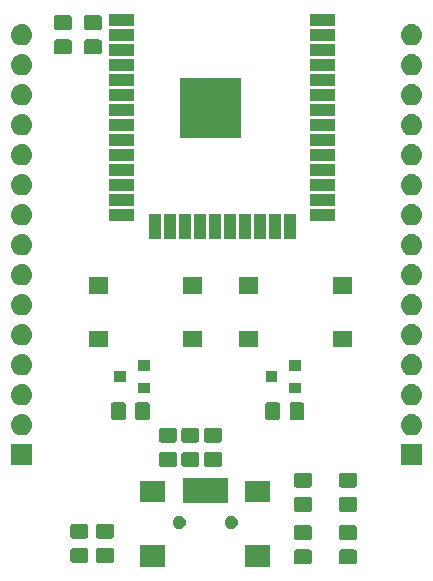
<source format=gbr>
G04 #@! TF.GenerationSoftware,KiCad,Pcbnew,(5.1.0)-1*
G04 #@! TF.CreationDate,2019-09-22T22:35:09+02:00*
G04 #@! TF.ProjectId,ESP32Eval,45535033-3245-4766-916c-2e6b69636164,rev?*
G04 #@! TF.SameCoordinates,Original*
G04 #@! TF.FileFunction,Soldermask,Top*
G04 #@! TF.FilePolarity,Negative*
%FSLAX46Y46*%
G04 Gerber Fmt 4.6, Leading zero omitted, Abs format (unit mm)*
G04 Created by KiCad (PCBNEW (5.1.0)-1) date 2019-09-22 22:35:09*
%MOMM*%
%LPD*%
G04 APERTURE LIST*
%ADD10C,0.100000*%
G04 APERTURE END LIST*
D10*
G36*
X152821000Y-131386000D02*
G01*
X150719000Y-131386000D01*
X150719000Y-129584000D01*
X152821000Y-129584000D01*
X152821000Y-131386000D01*
X152821000Y-131386000D01*
G37*
G36*
X143921000Y-131386000D02*
G01*
X141819000Y-131386000D01*
X141819000Y-129584000D01*
X143921000Y-129584000D01*
X143921000Y-131386000D01*
X143921000Y-131386000D01*
G37*
G36*
X156163674Y-129943465D02*
G01*
X156201367Y-129954899D01*
X156236103Y-129973466D01*
X156266548Y-129998452D01*
X156291534Y-130028897D01*
X156310101Y-130063633D01*
X156321535Y-130101326D01*
X156326000Y-130146661D01*
X156326000Y-130983339D01*
X156321535Y-131028674D01*
X156310101Y-131066367D01*
X156291534Y-131101103D01*
X156266548Y-131131548D01*
X156236103Y-131156534D01*
X156201367Y-131175101D01*
X156163674Y-131186535D01*
X156118339Y-131191000D01*
X155031661Y-131191000D01*
X154986326Y-131186535D01*
X154948633Y-131175101D01*
X154913897Y-131156534D01*
X154883452Y-131131548D01*
X154858466Y-131101103D01*
X154839899Y-131066367D01*
X154828465Y-131028674D01*
X154824000Y-130983339D01*
X154824000Y-130146661D01*
X154828465Y-130101326D01*
X154839899Y-130063633D01*
X154858466Y-130028897D01*
X154883452Y-129998452D01*
X154913897Y-129973466D01*
X154948633Y-129954899D01*
X154986326Y-129943465D01*
X155031661Y-129939000D01*
X156118339Y-129939000D01*
X156163674Y-129943465D01*
X156163674Y-129943465D01*
G37*
G36*
X159973674Y-129943465D02*
G01*
X160011367Y-129954899D01*
X160046103Y-129973466D01*
X160076548Y-129998452D01*
X160101534Y-130028897D01*
X160120101Y-130063633D01*
X160131535Y-130101326D01*
X160136000Y-130146661D01*
X160136000Y-130983339D01*
X160131535Y-131028674D01*
X160120101Y-131066367D01*
X160101534Y-131101103D01*
X160076548Y-131131548D01*
X160046103Y-131156534D01*
X160011367Y-131175101D01*
X159973674Y-131186535D01*
X159928339Y-131191000D01*
X158841661Y-131191000D01*
X158796326Y-131186535D01*
X158758633Y-131175101D01*
X158723897Y-131156534D01*
X158693452Y-131131548D01*
X158668466Y-131101103D01*
X158649899Y-131066367D01*
X158638465Y-131028674D01*
X158634000Y-130983339D01*
X158634000Y-130146661D01*
X158638465Y-130101326D01*
X158649899Y-130063633D01*
X158668466Y-130028897D01*
X158693452Y-129998452D01*
X158723897Y-129973466D01*
X158758633Y-129954899D01*
X158796326Y-129943465D01*
X158841661Y-129939000D01*
X159928339Y-129939000D01*
X159973674Y-129943465D01*
X159973674Y-129943465D01*
G37*
G36*
X137240674Y-129816465D02*
G01*
X137278367Y-129827899D01*
X137313103Y-129846466D01*
X137343548Y-129871452D01*
X137368534Y-129901897D01*
X137387101Y-129936633D01*
X137398535Y-129974326D01*
X137403000Y-130019661D01*
X137403000Y-130856339D01*
X137398535Y-130901674D01*
X137387101Y-130939367D01*
X137368534Y-130974103D01*
X137343548Y-131004548D01*
X137313103Y-131029534D01*
X137278367Y-131048101D01*
X137240674Y-131059535D01*
X137195339Y-131064000D01*
X136108661Y-131064000D01*
X136063326Y-131059535D01*
X136025633Y-131048101D01*
X135990897Y-131029534D01*
X135960452Y-131004548D01*
X135935466Y-130974103D01*
X135916899Y-130939367D01*
X135905465Y-130901674D01*
X135901000Y-130856339D01*
X135901000Y-130019661D01*
X135905465Y-129974326D01*
X135916899Y-129936633D01*
X135935466Y-129901897D01*
X135960452Y-129871452D01*
X135990897Y-129846466D01*
X136025633Y-129827899D01*
X136063326Y-129816465D01*
X136108661Y-129812000D01*
X137195339Y-129812000D01*
X137240674Y-129816465D01*
X137240674Y-129816465D01*
G37*
G36*
X139399674Y-129816465D02*
G01*
X139437367Y-129827899D01*
X139472103Y-129846466D01*
X139502548Y-129871452D01*
X139527534Y-129901897D01*
X139546101Y-129936633D01*
X139557535Y-129974326D01*
X139562000Y-130019661D01*
X139562000Y-130856339D01*
X139557535Y-130901674D01*
X139546101Y-130939367D01*
X139527534Y-130974103D01*
X139502548Y-131004548D01*
X139472103Y-131029534D01*
X139437367Y-131048101D01*
X139399674Y-131059535D01*
X139354339Y-131064000D01*
X138267661Y-131064000D01*
X138222326Y-131059535D01*
X138184633Y-131048101D01*
X138149897Y-131029534D01*
X138119452Y-131004548D01*
X138094466Y-130974103D01*
X138075899Y-130939367D01*
X138064465Y-130901674D01*
X138060000Y-130856339D01*
X138060000Y-130019661D01*
X138064465Y-129974326D01*
X138075899Y-129936633D01*
X138094466Y-129901897D01*
X138119452Y-129871452D01*
X138149897Y-129846466D01*
X138184633Y-129827899D01*
X138222326Y-129816465D01*
X138267661Y-129812000D01*
X139354339Y-129812000D01*
X139399674Y-129816465D01*
X139399674Y-129816465D01*
G37*
G36*
X156163674Y-127893465D02*
G01*
X156201367Y-127904899D01*
X156236103Y-127923466D01*
X156266548Y-127948452D01*
X156291534Y-127978897D01*
X156310101Y-128013633D01*
X156321535Y-128051326D01*
X156326000Y-128096661D01*
X156326000Y-128933339D01*
X156321535Y-128978674D01*
X156310101Y-129016367D01*
X156291534Y-129051103D01*
X156266548Y-129081548D01*
X156236103Y-129106534D01*
X156201367Y-129125101D01*
X156163674Y-129136535D01*
X156118339Y-129141000D01*
X155031661Y-129141000D01*
X154986326Y-129136535D01*
X154948633Y-129125101D01*
X154913897Y-129106534D01*
X154883452Y-129081548D01*
X154858466Y-129051103D01*
X154839899Y-129016367D01*
X154828465Y-128978674D01*
X154824000Y-128933339D01*
X154824000Y-128096661D01*
X154828465Y-128051326D01*
X154839899Y-128013633D01*
X154858466Y-127978897D01*
X154883452Y-127948452D01*
X154913897Y-127923466D01*
X154948633Y-127904899D01*
X154986326Y-127893465D01*
X155031661Y-127889000D01*
X156118339Y-127889000D01*
X156163674Y-127893465D01*
X156163674Y-127893465D01*
G37*
G36*
X159973674Y-127893465D02*
G01*
X160011367Y-127904899D01*
X160046103Y-127923466D01*
X160076548Y-127948452D01*
X160101534Y-127978897D01*
X160120101Y-128013633D01*
X160131535Y-128051326D01*
X160136000Y-128096661D01*
X160136000Y-128933339D01*
X160131535Y-128978674D01*
X160120101Y-129016367D01*
X160101534Y-129051103D01*
X160076548Y-129081548D01*
X160046103Y-129106534D01*
X160011367Y-129125101D01*
X159973674Y-129136535D01*
X159928339Y-129141000D01*
X158841661Y-129141000D01*
X158796326Y-129136535D01*
X158758633Y-129125101D01*
X158723897Y-129106534D01*
X158693452Y-129081548D01*
X158668466Y-129051103D01*
X158649899Y-129016367D01*
X158638465Y-128978674D01*
X158634000Y-128933339D01*
X158634000Y-128096661D01*
X158638465Y-128051326D01*
X158649899Y-128013633D01*
X158668466Y-127978897D01*
X158693452Y-127948452D01*
X158723897Y-127923466D01*
X158758633Y-127904899D01*
X158796326Y-127893465D01*
X158841661Y-127889000D01*
X159928339Y-127889000D01*
X159973674Y-127893465D01*
X159973674Y-127893465D01*
G37*
G36*
X139399674Y-127766465D02*
G01*
X139437367Y-127777899D01*
X139472103Y-127796466D01*
X139502548Y-127821452D01*
X139527534Y-127851897D01*
X139546101Y-127886633D01*
X139557535Y-127924326D01*
X139562000Y-127969661D01*
X139562000Y-128806339D01*
X139557535Y-128851674D01*
X139546101Y-128889367D01*
X139527534Y-128924103D01*
X139502548Y-128954548D01*
X139472103Y-128979534D01*
X139437367Y-128998101D01*
X139399674Y-129009535D01*
X139354339Y-129014000D01*
X138267661Y-129014000D01*
X138222326Y-129009535D01*
X138184633Y-128998101D01*
X138149897Y-128979534D01*
X138119452Y-128954548D01*
X138094466Y-128924103D01*
X138075899Y-128889367D01*
X138064465Y-128851674D01*
X138060000Y-128806339D01*
X138060000Y-127969661D01*
X138064465Y-127924326D01*
X138075899Y-127886633D01*
X138094466Y-127851897D01*
X138119452Y-127821452D01*
X138149897Y-127796466D01*
X138184633Y-127777899D01*
X138222326Y-127766465D01*
X138267661Y-127762000D01*
X139354339Y-127762000D01*
X139399674Y-127766465D01*
X139399674Y-127766465D01*
G37*
G36*
X137240674Y-127766465D02*
G01*
X137278367Y-127777899D01*
X137313103Y-127796466D01*
X137343548Y-127821452D01*
X137368534Y-127851897D01*
X137387101Y-127886633D01*
X137398535Y-127924326D01*
X137403000Y-127969661D01*
X137403000Y-128806339D01*
X137398535Y-128851674D01*
X137387101Y-128889367D01*
X137368534Y-128924103D01*
X137343548Y-128954548D01*
X137313103Y-128979534D01*
X137278367Y-128998101D01*
X137240674Y-129009535D01*
X137195339Y-129014000D01*
X136108661Y-129014000D01*
X136063326Y-129009535D01*
X136025633Y-128998101D01*
X135990897Y-128979534D01*
X135960452Y-128954548D01*
X135935466Y-128924103D01*
X135916899Y-128889367D01*
X135905465Y-128851674D01*
X135901000Y-128806339D01*
X135901000Y-127969661D01*
X135905465Y-127924326D01*
X135916899Y-127886633D01*
X135935466Y-127851897D01*
X135960452Y-127821452D01*
X135990897Y-127796466D01*
X136025633Y-127777899D01*
X136063326Y-127766465D01*
X136108661Y-127762000D01*
X137195339Y-127762000D01*
X137240674Y-127766465D01*
X137240674Y-127766465D01*
G37*
G36*
X149680721Y-127105174D02*
G01*
X149780995Y-127146709D01*
X149780996Y-127146710D01*
X149871242Y-127207010D01*
X149947990Y-127283758D01*
X149947991Y-127283760D01*
X150008291Y-127374005D01*
X150049826Y-127474279D01*
X150071000Y-127580730D01*
X150071000Y-127689270D01*
X150049826Y-127795721D01*
X150008291Y-127895995D01*
X149989935Y-127923466D01*
X149947990Y-127986242D01*
X149871242Y-128062990D01*
X149825812Y-128093345D01*
X149780995Y-128123291D01*
X149680721Y-128164826D01*
X149574270Y-128186000D01*
X149465730Y-128186000D01*
X149359279Y-128164826D01*
X149259005Y-128123291D01*
X149214188Y-128093345D01*
X149168758Y-128062990D01*
X149092010Y-127986242D01*
X149050065Y-127923466D01*
X149031709Y-127895995D01*
X148990174Y-127795721D01*
X148969000Y-127689270D01*
X148969000Y-127580730D01*
X148990174Y-127474279D01*
X149031709Y-127374005D01*
X149092009Y-127283760D01*
X149092010Y-127283758D01*
X149168758Y-127207010D01*
X149259004Y-127146710D01*
X149259005Y-127146709D01*
X149359279Y-127105174D01*
X149465730Y-127084000D01*
X149574270Y-127084000D01*
X149680721Y-127105174D01*
X149680721Y-127105174D01*
G37*
G36*
X145280721Y-127105174D02*
G01*
X145380995Y-127146709D01*
X145380996Y-127146710D01*
X145471242Y-127207010D01*
X145547990Y-127283758D01*
X145547991Y-127283760D01*
X145608291Y-127374005D01*
X145649826Y-127474279D01*
X145671000Y-127580730D01*
X145671000Y-127689270D01*
X145649826Y-127795721D01*
X145608291Y-127895995D01*
X145589935Y-127923466D01*
X145547990Y-127986242D01*
X145471242Y-128062990D01*
X145425812Y-128093345D01*
X145380995Y-128123291D01*
X145280721Y-128164826D01*
X145174270Y-128186000D01*
X145065730Y-128186000D01*
X144959279Y-128164826D01*
X144859005Y-128123291D01*
X144814188Y-128093345D01*
X144768758Y-128062990D01*
X144692010Y-127986242D01*
X144650065Y-127923466D01*
X144631709Y-127895995D01*
X144590174Y-127795721D01*
X144569000Y-127689270D01*
X144569000Y-127580730D01*
X144590174Y-127474279D01*
X144631709Y-127374005D01*
X144692009Y-127283760D01*
X144692010Y-127283758D01*
X144768758Y-127207010D01*
X144859004Y-127146710D01*
X144859005Y-127146709D01*
X144959279Y-127105174D01*
X145065730Y-127084000D01*
X145174270Y-127084000D01*
X145280721Y-127105174D01*
X145280721Y-127105174D01*
G37*
G36*
X159973674Y-125498465D02*
G01*
X160011367Y-125509899D01*
X160046103Y-125528466D01*
X160076548Y-125553452D01*
X160101534Y-125583897D01*
X160120101Y-125618633D01*
X160131535Y-125656326D01*
X160136000Y-125701661D01*
X160136000Y-126538339D01*
X160131535Y-126583674D01*
X160120101Y-126621367D01*
X160101534Y-126656103D01*
X160076548Y-126686548D01*
X160046103Y-126711534D01*
X160011367Y-126730101D01*
X159973674Y-126741535D01*
X159928339Y-126746000D01*
X158841661Y-126746000D01*
X158796326Y-126741535D01*
X158758633Y-126730101D01*
X158723897Y-126711534D01*
X158693452Y-126686548D01*
X158668466Y-126656103D01*
X158649899Y-126621367D01*
X158638465Y-126583674D01*
X158634000Y-126538339D01*
X158634000Y-125701661D01*
X158638465Y-125656326D01*
X158649899Y-125618633D01*
X158668466Y-125583897D01*
X158693452Y-125553452D01*
X158723897Y-125528466D01*
X158758633Y-125509899D01*
X158796326Y-125498465D01*
X158841661Y-125494000D01*
X159928339Y-125494000D01*
X159973674Y-125498465D01*
X159973674Y-125498465D01*
G37*
G36*
X156163674Y-125498465D02*
G01*
X156201367Y-125509899D01*
X156236103Y-125528466D01*
X156266548Y-125553452D01*
X156291534Y-125583897D01*
X156310101Y-125618633D01*
X156321535Y-125656326D01*
X156326000Y-125701661D01*
X156326000Y-126538339D01*
X156321535Y-126583674D01*
X156310101Y-126621367D01*
X156291534Y-126656103D01*
X156266548Y-126686548D01*
X156236103Y-126711534D01*
X156201367Y-126730101D01*
X156163674Y-126741535D01*
X156118339Y-126746000D01*
X155031661Y-126746000D01*
X154986326Y-126741535D01*
X154948633Y-126730101D01*
X154913897Y-126711534D01*
X154883452Y-126686548D01*
X154858466Y-126656103D01*
X154839899Y-126621367D01*
X154828465Y-126583674D01*
X154824000Y-126538339D01*
X154824000Y-125701661D01*
X154828465Y-125656326D01*
X154839899Y-125618633D01*
X154858466Y-125583897D01*
X154883452Y-125553452D01*
X154913897Y-125528466D01*
X154948633Y-125509899D01*
X154986326Y-125498465D01*
X155031661Y-125494000D01*
X156118339Y-125494000D01*
X156163674Y-125498465D01*
X156163674Y-125498465D01*
G37*
G36*
X149221000Y-125986000D02*
G01*
X145419000Y-125986000D01*
X145419000Y-123884000D01*
X149221000Y-123884000D01*
X149221000Y-125986000D01*
X149221000Y-125986000D01*
G37*
G36*
X152821000Y-125936000D02*
G01*
X150719000Y-125936000D01*
X150719000Y-124134000D01*
X152821000Y-124134000D01*
X152821000Y-125936000D01*
X152821000Y-125936000D01*
G37*
G36*
X143921000Y-125936000D02*
G01*
X141819000Y-125936000D01*
X141819000Y-124134000D01*
X143921000Y-124134000D01*
X143921000Y-125936000D01*
X143921000Y-125936000D01*
G37*
G36*
X156163674Y-123448465D02*
G01*
X156201367Y-123459899D01*
X156236103Y-123478466D01*
X156266548Y-123503452D01*
X156291534Y-123533897D01*
X156310101Y-123568633D01*
X156321535Y-123606326D01*
X156326000Y-123651661D01*
X156326000Y-124488339D01*
X156321535Y-124533674D01*
X156310101Y-124571367D01*
X156291534Y-124606103D01*
X156266548Y-124636548D01*
X156236103Y-124661534D01*
X156201367Y-124680101D01*
X156163674Y-124691535D01*
X156118339Y-124696000D01*
X155031661Y-124696000D01*
X154986326Y-124691535D01*
X154948633Y-124680101D01*
X154913897Y-124661534D01*
X154883452Y-124636548D01*
X154858466Y-124606103D01*
X154839899Y-124571367D01*
X154828465Y-124533674D01*
X154824000Y-124488339D01*
X154824000Y-123651661D01*
X154828465Y-123606326D01*
X154839899Y-123568633D01*
X154858466Y-123533897D01*
X154883452Y-123503452D01*
X154913897Y-123478466D01*
X154948633Y-123459899D01*
X154986326Y-123448465D01*
X155031661Y-123444000D01*
X156118339Y-123444000D01*
X156163674Y-123448465D01*
X156163674Y-123448465D01*
G37*
G36*
X159973674Y-123448465D02*
G01*
X160011367Y-123459899D01*
X160046103Y-123478466D01*
X160076548Y-123503452D01*
X160101534Y-123533897D01*
X160120101Y-123568633D01*
X160131535Y-123606326D01*
X160136000Y-123651661D01*
X160136000Y-124488339D01*
X160131535Y-124533674D01*
X160120101Y-124571367D01*
X160101534Y-124606103D01*
X160076548Y-124636548D01*
X160046103Y-124661534D01*
X160011367Y-124680101D01*
X159973674Y-124691535D01*
X159928339Y-124696000D01*
X158841661Y-124696000D01*
X158796326Y-124691535D01*
X158758633Y-124680101D01*
X158723897Y-124661534D01*
X158693452Y-124636548D01*
X158668466Y-124606103D01*
X158649899Y-124571367D01*
X158638465Y-124533674D01*
X158634000Y-124488339D01*
X158634000Y-123651661D01*
X158638465Y-123606326D01*
X158649899Y-123568633D01*
X158668466Y-123533897D01*
X158693452Y-123503452D01*
X158723897Y-123478466D01*
X158758633Y-123459899D01*
X158796326Y-123448465D01*
X158841661Y-123444000D01*
X159928339Y-123444000D01*
X159973674Y-123448465D01*
X159973674Y-123448465D01*
G37*
G36*
X148543674Y-121688465D02*
G01*
X148581367Y-121699899D01*
X148616103Y-121718466D01*
X148646548Y-121743452D01*
X148671534Y-121773897D01*
X148690101Y-121808633D01*
X148701535Y-121846326D01*
X148706000Y-121891661D01*
X148706000Y-122728339D01*
X148701535Y-122773674D01*
X148690101Y-122811367D01*
X148671534Y-122846103D01*
X148646548Y-122876548D01*
X148616103Y-122901534D01*
X148581367Y-122920101D01*
X148543674Y-122931535D01*
X148498339Y-122936000D01*
X147411661Y-122936000D01*
X147366326Y-122931535D01*
X147328633Y-122920101D01*
X147293897Y-122901534D01*
X147263452Y-122876548D01*
X147238466Y-122846103D01*
X147219899Y-122811367D01*
X147208465Y-122773674D01*
X147204000Y-122728339D01*
X147204000Y-121891661D01*
X147208465Y-121846326D01*
X147219899Y-121808633D01*
X147238466Y-121773897D01*
X147263452Y-121743452D01*
X147293897Y-121718466D01*
X147328633Y-121699899D01*
X147366326Y-121688465D01*
X147411661Y-121684000D01*
X148498339Y-121684000D01*
X148543674Y-121688465D01*
X148543674Y-121688465D01*
G37*
G36*
X146638674Y-121688465D02*
G01*
X146676367Y-121699899D01*
X146711103Y-121718466D01*
X146741548Y-121743452D01*
X146766534Y-121773897D01*
X146785101Y-121808633D01*
X146796535Y-121846326D01*
X146801000Y-121891661D01*
X146801000Y-122728339D01*
X146796535Y-122773674D01*
X146785101Y-122811367D01*
X146766534Y-122846103D01*
X146741548Y-122876548D01*
X146711103Y-122901534D01*
X146676367Y-122920101D01*
X146638674Y-122931535D01*
X146593339Y-122936000D01*
X145506661Y-122936000D01*
X145461326Y-122931535D01*
X145423633Y-122920101D01*
X145388897Y-122901534D01*
X145358452Y-122876548D01*
X145333466Y-122846103D01*
X145314899Y-122811367D01*
X145303465Y-122773674D01*
X145299000Y-122728339D01*
X145299000Y-121891661D01*
X145303465Y-121846326D01*
X145314899Y-121808633D01*
X145333466Y-121773897D01*
X145358452Y-121743452D01*
X145388897Y-121718466D01*
X145423633Y-121699899D01*
X145461326Y-121688465D01*
X145506661Y-121684000D01*
X146593339Y-121684000D01*
X146638674Y-121688465D01*
X146638674Y-121688465D01*
G37*
G36*
X144733674Y-121688465D02*
G01*
X144771367Y-121699899D01*
X144806103Y-121718466D01*
X144836548Y-121743452D01*
X144861534Y-121773897D01*
X144880101Y-121808633D01*
X144891535Y-121846326D01*
X144896000Y-121891661D01*
X144896000Y-122728339D01*
X144891535Y-122773674D01*
X144880101Y-122811367D01*
X144861534Y-122846103D01*
X144836548Y-122876548D01*
X144806103Y-122901534D01*
X144771367Y-122920101D01*
X144733674Y-122931535D01*
X144688339Y-122936000D01*
X143601661Y-122936000D01*
X143556326Y-122931535D01*
X143518633Y-122920101D01*
X143483897Y-122901534D01*
X143453452Y-122876548D01*
X143428466Y-122846103D01*
X143409899Y-122811367D01*
X143398465Y-122773674D01*
X143394000Y-122728339D01*
X143394000Y-121891661D01*
X143398465Y-121846326D01*
X143409899Y-121808633D01*
X143428466Y-121773897D01*
X143453452Y-121743452D01*
X143483897Y-121718466D01*
X143518633Y-121699899D01*
X143556326Y-121688465D01*
X143601661Y-121684000D01*
X144688339Y-121684000D01*
X144733674Y-121688465D01*
X144733674Y-121688465D01*
G37*
G36*
X165681000Y-122821000D02*
G01*
X163879000Y-122821000D01*
X163879000Y-121019000D01*
X165681000Y-121019000D01*
X165681000Y-122821000D01*
X165681000Y-122821000D01*
G37*
G36*
X132666000Y-122821000D02*
G01*
X130864000Y-122821000D01*
X130864000Y-121019000D01*
X132666000Y-121019000D01*
X132666000Y-122821000D01*
X132666000Y-122821000D01*
G37*
G36*
X144733674Y-119638465D02*
G01*
X144771367Y-119649899D01*
X144806103Y-119668466D01*
X144836548Y-119693452D01*
X144861534Y-119723897D01*
X144880101Y-119758633D01*
X144891535Y-119796326D01*
X144896000Y-119841661D01*
X144896000Y-120678339D01*
X144891535Y-120723674D01*
X144880101Y-120761367D01*
X144861534Y-120796103D01*
X144836548Y-120826548D01*
X144806103Y-120851534D01*
X144771367Y-120870101D01*
X144733674Y-120881535D01*
X144688339Y-120886000D01*
X143601661Y-120886000D01*
X143556326Y-120881535D01*
X143518633Y-120870101D01*
X143483897Y-120851534D01*
X143453452Y-120826548D01*
X143428466Y-120796103D01*
X143409899Y-120761367D01*
X143398465Y-120723674D01*
X143394000Y-120678339D01*
X143394000Y-119841661D01*
X143398465Y-119796326D01*
X143409899Y-119758633D01*
X143428466Y-119723897D01*
X143453452Y-119693452D01*
X143483897Y-119668466D01*
X143518633Y-119649899D01*
X143556326Y-119638465D01*
X143601661Y-119634000D01*
X144688339Y-119634000D01*
X144733674Y-119638465D01*
X144733674Y-119638465D01*
G37*
G36*
X148543674Y-119638465D02*
G01*
X148581367Y-119649899D01*
X148616103Y-119668466D01*
X148646548Y-119693452D01*
X148671534Y-119723897D01*
X148690101Y-119758633D01*
X148701535Y-119796326D01*
X148706000Y-119841661D01*
X148706000Y-120678339D01*
X148701535Y-120723674D01*
X148690101Y-120761367D01*
X148671534Y-120796103D01*
X148646548Y-120826548D01*
X148616103Y-120851534D01*
X148581367Y-120870101D01*
X148543674Y-120881535D01*
X148498339Y-120886000D01*
X147411661Y-120886000D01*
X147366326Y-120881535D01*
X147328633Y-120870101D01*
X147293897Y-120851534D01*
X147263452Y-120826548D01*
X147238466Y-120796103D01*
X147219899Y-120761367D01*
X147208465Y-120723674D01*
X147204000Y-120678339D01*
X147204000Y-119841661D01*
X147208465Y-119796326D01*
X147219899Y-119758633D01*
X147238466Y-119723897D01*
X147263452Y-119693452D01*
X147293897Y-119668466D01*
X147328633Y-119649899D01*
X147366326Y-119638465D01*
X147411661Y-119634000D01*
X148498339Y-119634000D01*
X148543674Y-119638465D01*
X148543674Y-119638465D01*
G37*
G36*
X146638674Y-119638465D02*
G01*
X146676367Y-119649899D01*
X146711103Y-119668466D01*
X146741548Y-119693452D01*
X146766534Y-119723897D01*
X146785101Y-119758633D01*
X146796535Y-119796326D01*
X146801000Y-119841661D01*
X146801000Y-120678339D01*
X146796535Y-120723674D01*
X146785101Y-120761367D01*
X146766534Y-120796103D01*
X146741548Y-120826548D01*
X146711103Y-120851534D01*
X146676367Y-120870101D01*
X146638674Y-120881535D01*
X146593339Y-120886000D01*
X145506661Y-120886000D01*
X145461326Y-120881535D01*
X145423633Y-120870101D01*
X145388897Y-120851534D01*
X145358452Y-120826548D01*
X145333466Y-120796103D01*
X145314899Y-120761367D01*
X145303465Y-120723674D01*
X145299000Y-120678339D01*
X145299000Y-119841661D01*
X145303465Y-119796326D01*
X145314899Y-119758633D01*
X145333466Y-119723897D01*
X145358452Y-119693452D01*
X145388897Y-119668466D01*
X145423633Y-119649899D01*
X145461326Y-119638465D01*
X145506661Y-119634000D01*
X146593339Y-119634000D01*
X146638674Y-119638465D01*
X146638674Y-119638465D01*
G37*
G36*
X131875442Y-118485518D02*
G01*
X131941627Y-118492037D01*
X132111466Y-118543557D01*
X132267991Y-118627222D01*
X132303729Y-118656552D01*
X132405186Y-118739814D01*
X132470978Y-118819983D01*
X132517778Y-118877009D01*
X132601443Y-119033534D01*
X132652963Y-119203373D01*
X132670359Y-119380000D01*
X132652963Y-119556627D01*
X132601443Y-119726466D01*
X132517778Y-119882991D01*
X132498753Y-119906173D01*
X132405186Y-120020186D01*
X132303729Y-120103448D01*
X132267991Y-120132778D01*
X132111466Y-120216443D01*
X131941627Y-120267963D01*
X131875442Y-120274482D01*
X131809260Y-120281000D01*
X131720740Y-120281000D01*
X131654558Y-120274482D01*
X131588373Y-120267963D01*
X131418534Y-120216443D01*
X131262009Y-120132778D01*
X131226271Y-120103448D01*
X131124814Y-120020186D01*
X131031247Y-119906173D01*
X131012222Y-119882991D01*
X130928557Y-119726466D01*
X130877037Y-119556627D01*
X130859641Y-119380000D01*
X130877037Y-119203373D01*
X130928557Y-119033534D01*
X131012222Y-118877009D01*
X131059022Y-118819983D01*
X131124814Y-118739814D01*
X131226271Y-118656552D01*
X131262009Y-118627222D01*
X131418534Y-118543557D01*
X131588373Y-118492037D01*
X131654558Y-118485518D01*
X131720740Y-118479000D01*
X131809260Y-118479000D01*
X131875442Y-118485518D01*
X131875442Y-118485518D01*
G37*
G36*
X164890442Y-118485518D02*
G01*
X164956627Y-118492037D01*
X165126466Y-118543557D01*
X165282991Y-118627222D01*
X165318729Y-118656552D01*
X165420186Y-118739814D01*
X165485978Y-118819983D01*
X165532778Y-118877009D01*
X165616443Y-119033534D01*
X165667963Y-119203373D01*
X165685359Y-119380000D01*
X165667963Y-119556627D01*
X165616443Y-119726466D01*
X165532778Y-119882991D01*
X165513753Y-119906173D01*
X165420186Y-120020186D01*
X165318729Y-120103448D01*
X165282991Y-120132778D01*
X165126466Y-120216443D01*
X164956627Y-120267963D01*
X164890442Y-120274482D01*
X164824260Y-120281000D01*
X164735740Y-120281000D01*
X164669558Y-120274482D01*
X164603373Y-120267963D01*
X164433534Y-120216443D01*
X164277009Y-120132778D01*
X164241271Y-120103448D01*
X164139814Y-120020186D01*
X164046247Y-119906173D01*
X164027222Y-119882991D01*
X163943557Y-119726466D01*
X163892037Y-119556627D01*
X163874641Y-119380000D01*
X163892037Y-119203373D01*
X163943557Y-119033534D01*
X164027222Y-118877009D01*
X164074022Y-118819983D01*
X164139814Y-118739814D01*
X164241271Y-118656552D01*
X164277009Y-118627222D01*
X164433534Y-118543557D01*
X164603373Y-118492037D01*
X164669558Y-118485518D01*
X164735740Y-118479000D01*
X164824260Y-118479000D01*
X164890442Y-118485518D01*
X164890442Y-118485518D01*
G37*
G36*
X155539674Y-117490465D02*
G01*
X155577367Y-117501899D01*
X155612103Y-117520466D01*
X155642548Y-117545452D01*
X155667534Y-117575897D01*
X155686101Y-117610633D01*
X155697535Y-117648326D01*
X155702000Y-117693661D01*
X155702000Y-118780339D01*
X155697535Y-118825674D01*
X155686101Y-118863367D01*
X155667534Y-118898103D01*
X155642548Y-118928548D01*
X155612103Y-118953534D01*
X155577367Y-118972101D01*
X155539674Y-118983535D01*
X155494339Y-118988000D01*
X154657661Y-118988000D01*
X154612326Y-118983535D01*
X154574633Y-118972101D01*
X154539897Y-118953534D01*
X154509452Y-118928548D01*
X154484466Y-118898103D01*
X154465899Y-118863367D01*
X154454465Y-118825674D01*
X154450000Y-118780339D01*
X154450000Y-117693661D01*
X154454465Y-117648326D01*
X154465899Y-117610633D01*
X154484466Y-117575897D01*
X154509452Y-117545452D01*
X154539897Y-117520466D01*
X154574633Y-117501899D01*
X154612326Y-117490465D01*
X154657661Y-117486000D01*
X155494339Y-117486000D01*
X155539674Y-117490465D01*
X155539674Y-117490465D01*
G37*
G36*
X142458674Y-117490465D02*
G01*
X142496367Y-117501899D01*
X142531103Y-117520466D01*
X142561548Y-117545452D01*
X142586534Y-117575897D01*
X142605101Y-117610633D01*
X142616535Y-117648326D01*
X142621000Y-117693661D01*
X142621000Y-118780339D01*
X142616535Y-118825674D01*
X142605101Y-118863367D01*
X142586534Y-118898103D01*
X142561548Y-118928548D01*
X142531103Y-118953534D01*
X142496367Y-118972101D01*
X142458674Y-118983535D01*
X142413339Y-118988000D01*
X141576661Y-118988000D01*
X141531326Y-118983535D01*
X141493633Y-118972101D01*
X141458897Y-118953534D01*
X141428452Y-118928548D01*
X141403466Y-118898103D01*
X141384899Y-118863367D01*
X141373465Y-118825674D01*
X141369000Y-118780339D01*
X141369000Y-117693661D01*
X141373465Y-117648326D01*
X141384899Y-117610633D01*
X141403466Y-117575897D01*
X141428452Y-117545452D01*
X141458897Y-117520466D01*
X141493633Y-117501899D01*
X141531326Y-117490465D01*
X141576661Y-117486000D01*
X142413339Y-117486000D01*
X142458674Y-117490465D01*
X142458674Y-117490465D01*
G37*
G36*
X140408674Y-117490465D02*
G01*
X140446367Y-117501899D01*
X140481103Y-117520466D01*
X140511548Y-117545452D01*
X140536534Y-117575897D01*
X140555101Y-117610633D01*
X140566535Y-117648326D01*
X140571000Y-117693661D01*
X140571000Y-118780339D01*
X140566535Y-118825674D01*
X140555101Y-118863367D01*
X140536534Y-118898103D01*
X140511548Y-118928548D01*
X140481103Y-118953534D01*
X140446367Y-118972101D01*
X140408674Y-118983535D01*
X140363339Y-118988000D01*
X139526661Y-118988000D01*
X139481326Y-118983535D01*
X139443633Y-118972101D01*
X139408897Y-118953534D01*
X139378452Y-118928548D01*
X139353466Y-118898103D01*
X139334899Y-118863367D01*
X139323465Y-118825674D01*
X139319000Y-118780339D01*
X139319000Y-117693661D01*
X139323465Y-117648326D01*
X139334899Y-117610633D01*
X139353466Y-117575897D01*
X139378452Y-117545452D01*
X139408897Y-117520466D01*
X139443633Y-117501899D01*
X139481326Y-117490465D01*
X139526661Y-117486000D01*
X140363339Y-117486000D01*
X140408674Y-117490465D01*
X140408674Y-117490465D01*
G37*
G36*
X153489674Y-117490465D02*
G01*
X153527367Y-117501899D01*
X153562103Y-117520466D01*
X153592548Y-117545452D01*
X153617534Y-117575897D01*
X153636101Y-117610633D01*
X153647535Y-117648326D01*
X153652000Y-117693661D01*
X153652000Y-118780339D01*
X153647535Y-118825674D01*
X153636101Y-118863367D01*
X153617534Y-118898103D01*
X153592548Y-118928548D01*
X153562103Y-118953534D01*
X153527367Y-118972101D01*
X153489674Y-118983535D01*
X153444339Y-118988000D01*
X152607661Y-118988000D01*
X152562326Y-118983535D01*
X152524633Y-118972101D01*
X152489897Y-118953534D01*
X152459452Y-118928548D01*
X152434466Y-118898103D01*
X152415899Y-118863367D01*
X152404465Y-118825674D01*
X152400000Y-118780339D01*
X152400000Y-117693661D01*
X152404465Y-117648326D01*
X152415899Y-117610633D01*
X152434466Y-117575897D01*
X152459452Y-117545452D01*
X152489897Y-117520466D01*
X152524633Y-117501899D01*
X152562326Y-117490465D01*
X152607661Y-117486000D01*
X153444339Y-117486000D01*
X153489674Y-117490465D01*
X153489674Y-117490465D01*
G37*
G36*
X131875442Y-115945518D02*
G01*
X131941627Y-115952037D01*
X132111466Y-116003557D01*
X132267991Y-116087222D01*
X132303729Y-116116552D01*
X132405186Y-116199814D01*
X132488448Y-116301271D01*
X132517778Y-116337009D01*
X132601443Y-116493534D01*
X132652963Y-116663373D01*
X132670359Y-116840000D01*
X132652963Y-117016627D01*
X132601443Y-117186466D01*
X132517778Y-117342991D01*
X132488448Y-117378729D01*
X132405186Y-117480186D01*
X132303729Y-117563448D01*
X132267991Y-117592778D01*
X132111466Y-117676443D01*
X131941627Y-117727963D01*
X131875442Y-117734482D01*
X131809260Y-117741000D01*
X131720740Y-117741000D01*
X131654558Y-117734482D01*
X131588373Y-117727963D01*
X131418534Y-117676443D01*
X131262009Y-117592778D01*
X131226271Y-117563448D01*
X131124814Y-117480186D01*
X131041552Y-117378729D01*
X131012222Y-117342991D01*
X130928557Y-117186466D01*
X130877037Y-117016627D01*
X130859641Y-116840000D01*
X130877037Y-116663373D01*
X130928557Y-116493534D01*
X131012222Y-116337009D01*
X131041552Y-116301271D01*
X131124814Y-116199814D01*
X131226271Y-116116552D01*
X131262009Y-116087222D01*
X131418534Y-116003557D01*
X131588373Y-115952037D01*
X131654558Y-115945518D01*
X131720740Y-115939000D01*
X131809260Y-115939000D01*
X131875442Y-115945518D01*
X131875442Y-115945518D01*
G37*
G36*
X164890442Y-115945518D02*
G01*
X164956627Y-115952037D01*
X165126466Y-116003557D01*
X165282991Y-116087222D01*
X165318729Y-116116552D01*
X165420186Y-116199814D01*
X165503448Y-116301271D01*
X165532778Y-116337009D01*
X165616443Y-116493534D01*
X165667963Y-116663373D01*
X165685359Y-116840000D01*
X165667963Y-117016627D01*
X165616443Y-117186466D01*
X165532778Y-117342991D01*
X165503448Y-117378729D01*
X165420186Y-117480186D01*
X165318729Y-117563448D01*
X165282991Y-117592778D01*
X165126466Y-117676443D01*
X164956627Y-117727963D01*
X164890442Y-117734482D01*
X164824260Y-117741000D01*
X164735740Y-117741000D01*
X164669558Y-117734482D01*
X164603373Y-117727963D01*
X164433534Y-117676443D01*
X164277009Y-117592778D01*
X164241271Y-117563448D01*
X164139814Y-117480186D01*
X164056552Y-117378729D01*
X164027222Y-117342991D01*
X163943557Y-117186466D01*
X163892037Y-117016627D01*
X163874641Y-116840000D01*
X163892037Y-116663373D01*
X163943557Y-116493534D01*
X164027222Y-116337009D01*
X164056552Y-116301271D01*
X164139814Y-116199814D01*
X164241271Y-116116552D01*
X164277009Y-116087222D01*
X164433534Y-116003557D01*
X164603373Y-115952037D01*
X164669558Y-115945518D01*
X164735740Y-115939000D01*
X164824260Y-115939000D01*
X164890442Y-115945518D01*
X164890442Y-115945518D01*
G37*
G36*
X155425000Y-116717000D02*
G01*
X154423000Y-116717000D01*
X154423000Y-115815000D01*
X155425000Y-115815000D01*
X155425000Y-116717000D01*
X155425000Y-116717000D01*
G37*
G36*
X142598000Y-116717000D02*
G01*
X141596000Y-116717000D01*
X141596000Y-115815000D01*
X142598000Y-115815000D01*
X142598000Y-116717000D01*
X142598000Y-116717000D01*
G37*
G36*
X153425000Y-115767000D02*
G01*
X152423000Y-115767000D01*
X152423000Y-114865000D01*
X153425000Y-114865000D01*
X153425000Y-115767000D01*
X153425000Y-115767000D01*
G37*
G36*
X140598000Y-115767000D02*
G01*
X139596000Y-115767000D01*
X139596000Y-114865000D01*
X140598000Y-114865000D01*
X140598000Y-115767000D01*
X140598000Y-115767000D01*
G37*
G36*
X131875443Y-113405519D02*
G01*
X131941627Y-113412037D01*
X132111466Y-113463557D01*
X132267991Y-113547222D01*
X132303729Y-113576552D01*
X132405186Y-113659814D01*
X132488448Y-113761271D01*
X132517778Y-113797009D01*
X132601443Y-113953534D01*
X132652963Y-114123373D01*
X132670359Y-114300000D01*
X132652963Y-114476627D01*
X132601443Y-114646466D01*
X132517778Y-114802991D01*
X132506281Y-114817000D01*
X132405186Y-114940186D01*
X132303729Y-115023448D01*
X132267991Y-115052778D01*
X132111466Y-115136443D01*
X131941627Y-115187963D01*
X131875442Y-115194482D01*
X131809260Y-115201000D01*
X131720740Y-115201000D01*
X131654558Y-115194482D01*
X131588373Y-115187963D01*
X131418534Y-115136443D01*
X131262009Y-115052778D01*
X131226271Y-115023448D01*
X131124814Y-114940186D01*
X131023719Y-114817000D01*
X131012222Y-114802991D01*
X130928557Y-114646466D01*
X130877037Y-114476627D01*
X130859641Y-114300000D01*
X130877037Y-114123373D01*
X130928557Y-113953534D01*
X131012222Y-113797009D01*
X131041552Y-113761271D01*
X131124814Y-113659814D01*
X131226271Y-113576552D01*
X131262009Y-113547222D01*
X131418534Y-113463557D01*
X131588373Y-113412037D01*
X131654557Y-113405519D01*
X131720740Y-113399000D01*
X131809260Y-113399000D01*
X131875443Y-113405519D01*
X131875443Y-113405519D01*
G37*
G36*
X164890443Y-113405519D02*
G01*
X164956627Y-113412037D01*
X165126466Y-113463557D01*
X165282991Y-113547222D01*
X165318729Y-113576552D01*
X165420186Y-113659814D01*
X165503448Y-113761271D01*
X165532778Y-113797009D01*
X165616443Y-113953534D01*
X165667963Y-114123373D01*
X165685359Y-114300000D01*
X165667963Y-114476627D01*
X165616443Y-114646466D01*
X165532778Y-114802991D01*
X165521281Y-114817000D01*
X165420186Y-114940186D01*
X165318729Y-115023448D01*
X165282991Y-115052778D01*
X165126466Y-115136443D01*
X164956627Y-115187963D01*
X164890442Y-115194482D01*
X164824260Y-115201000D01*
X164735740Y-115201000D01*
X164669558Y-115194482D01*
X164603373Y-115187963D01*
X164433534Y-115136443D01*
X164277009Y-115052778D01*
X164241271Y-115023448D01*
X164139814Y-114940186D01*
X164038719Y-114817000D01*
X164027222Y-114802991D01*
X163943557Y-114646466D01*
X163892037Y-114476627D01*
X163874641Y-114300000D01*
X163892037Y-114123373D01*
X163943557Y-113953534D01*
X164027222Y-113797009D01*
X164056552Y-113761271D01*
X164139814Y-113659814D01*
X164241271Y-113576552D01*
X164277009Y-113547222D01*
X164433534Y-113463557D01*
X164603373Y-113412037D01*
X164669557Y-113405519D01*
X164735740Y-113399000D01*
X164824260Y-113399000D01*
X164890443Y-113405519D01*
X164890443Y-113405519D01*
G37*
G36*
X155425000Y-114817000D02*
G01*
X154423000Y-114817000D01*
X154423000Y-113915000D01*
X155425000Y-113915000D01*
X155425000Y-114817000D01*
X155425000Y-114817000D01*
G37*
G36*
X142598000Y-114817000D02*
G01*
X141596000Y-114817000D01*
X141596000Y-113915000D01*
X142598000Y-113915000D01*
X142598000Y-114817000D01*
X142598000Y-114817000D01*
G37*
G36*
X151791000Y-112806000D02*
G01*
X150139000Y-112806000D01*
X150139000Y-111404000D01*
X151791000Y-111404000D01*
X151791000Y-112806000D01*
X151791000Y-112806000D01*
G37*
G36*
X147041000Y-112806000D02*
G01*
X145389000Y-112806000D01*
X145389000Y-111404000D01*
X147041000Y-111404000D01*
X147041000Y-112806000D01*
X147041000Y-112806000D01*
G37*
G36*
X139091000Y-112806000D02*
G01*
X137439000Y-112806000D01*
X137439000Y-111404000D01*
X139091000Y-111404000D01*
X139091000Y-112806000D01*
X139091000Y-112806000D01*
G37*
G36*
X159741000Y-112806000D02*
G01*
X158089000Y-112806000D01*
X158089000Y-111404000D01*
X159741000Y-111404000D01*
X159741000Y-112806000D01*
X159741000Y-112806000D01*
G37*
G36*
X164890442Y-110865518D02*
G01*
X164956627Y-110872037D01*
X165126466Y-110923557D01*
X165282991Y-111007222D01*
X165318729Y-111036552D01*
X165420186Y-111119814D01*
X165503448Y-111221271D01*
X165532778Y-111257009D01*
X165616443Y-111413534D01*
X165667963Y-111583373D01*
X165685359Y-111760000D01*
X165667963Y-111936627D01*
X165616443Y-112106466D01*
X165532778Y-112262991D01*
X165503448Y-112298729D01*
X165420186Y-112400186D01*
X165318729Y-112483448D01*
X165282991Y-112512778D01*
X165126466Y-112596443D01*
X164956627Y-112647963D01*
X164890442Y-112654482D01*
X164824260Y-112661000D01*
X164735740Y-112661000D01*
X164669558Y-112654482D01*
X164603373Y-112647963D01*
X164433534Y-112596443D01*
X164277009Y-112512778D01*
X164241271Y-112483448D01*
X164139814Y-112400186D01*
X164056552Y-112298729D01*
X164027222Y-112262991D01*
X163943557Y-112106466D01*
X163892037Y-111936627D01*
X163874641Y-111760000D01*
X163892037Y-111583373D01*
X163943557Y-111413534D01*
X164027222Y-111257009D01*
X164056552Y-111221271D01*
X164139814Y-111119814D01*
X164241271Y-111036552D01*
X164277009Y-111007222D01*
X164433534Y-110923557D01*
X164603373Y-110872037D01*
X164669558Y-110865518D01*
X164735740Y-110859000D01*
X164824260Y-110859000D01*
X164890442Y-110865518D01*
X164890442Y-110865518D01*
G37*
G36*
X131875442Y-110865518D02*
G01*
X131941627Y-110872037D01*
X132111466Y-110923557D01*
X132267991Y-111007222D01*
X132303729Y-111036552D01*
X132405186Y-111119814D01*
X132488448Y-111221271D01*
X132517778Y-111257009D01*
X132601443Y-111413534D01*
X132652963Y-111583373D01*
X132670359Y-111760000D01*
X132652963Y-111936627D01*
X132601443Y-112106466D01*
X132517778Y-112262991D01*
X132488448Y-112298729D01*
X132405186Y-112400186D01*
X132303729Y-112483448D01*
X132267991Y-112512778D01*
X132111466Y-112596443D01*
X131941627Y-112647963D01*
X131875442Y-112654482D01*
X131809260Y-112661000D01*
X131720740Y-112661000D01*
X131654558Y-112654482D01*
X131588373Y-112647963D01*
X131418534Y-112596443D01*
X131262009Y-112512778D01*
X131226271Y-112483448D01*
X131124814Y-112400186D01*
X131041552Y-112298729D01*
X131012222Y-112262991D01*
X130928557Y-112106466D01*
X130877037Y-111936627D01*
X130859641Y-111760000D01*
X130877037Y-111583373D01*
X130928557Y-111413534D01*
X131012222Y-111257009D01*
X131041552Y-111221271D01*
X131124814Y-111119814D01*
X131226271Y-111036552D01*
X131262009Y-111007222D01*
X131418534Y-110923557D01*
X131588373Y-110872037D01*
X131654558Y-110865518D01*
X131720740Y-110859000D01*
X131809260Y-110859000D01*
X131875442Y-110865518D01*
X131875442Y-110865518D01*
G37*
G36*
X164890443Y-108325519D02*
G01*
X164956627Y-108332037D01*
X165126466Y-108383557D01*
X165282991Y-108467222D01*
X165318729Y-108496552D01*
X165420186Y-108579814D01*
X165503448Y-108681271D01*
X165532778Y-108717009D01*
X165616443Y-108873534D01*
X165667963Y-109043373D01*
X165685359Y-109220000D01*
X165667963Y-109396627D01*
X165616443Y-109566466D01*
X165532778Y-109722991D01*
X165503448Y-109758729D01*
X165420186Y-109860186D01*
X165318729Y-109943448D01*
X165282991Y-109972778D01*
X165126466Y-110056443D01*
X164956627Y-110107963D01*
X164890443Y-110114481D01*
X164824260Y-110121000D01*
X164735740Y-110121000D01*
X164669557Y-110114481D01*
X164603373Y-110107963D01*
X164433534Y-110056443D01*
X164277009Y-109972778D01*
X164241271Y-109943448D01*
X164139814Y-109860186D01*
X164056552Y-109758729D01*
X164027222Y-109722991D01*
X163943557Y-109566466D01*
X163892037Y-109396627D01*
X163874641Y-109220000D01*
X163892037Y-109043373D01*
X163943557Y-108873534D01*
X164027222Y-108717009D01*
X164056552Y-108681271D01*
X164139814Y-108579814D01*
X164241271Y-108496552D01*
X164277009Y-108467222D01*
X164433534Y-108383557D01*
X164603373Y-108332037D01*
X164669557Y-108325519D01*
X164735740Y-108319000D01*
X164824260Y-108319000D01*
X164890443Y-108325519D01*
X164890443Y-108325519D01*
G37*
G36*
X131875443Y-108325519D02*
G01*
X131941627Y-108332037D01*
X132111466Y-108383557D01*
X132267991Y-108467222D01*
X132303729Y-108496552D01*
X132405186Y-108579814D01*
X132488448Y-108681271D01*
X132517778Y-108717009D01*
X132601443Y-108873534D01*
X132652963Y-109043373D01*
X132670359Y-109220000D01*
X132652963Y-109396627D01*
X132601443Y-109566466D01*
X132517778Y-109722991D01*
X132488448Y-109758729D01*
X132405186Y-109860186D01*
X132303729Y-109943448D01*
X132267991Y-109972778D01*
X132111466Y-110056443D01*
X131941627Y-110107963D01*
X131875443Y-110114481D01*
X131809260Y-110121000D01*
X131720740Y-110121000D01*
X131654557Y-110114481D01*
X131588373Y-110107963D01*
X131418534Y-110056443D01*
X131262009Y-109972778D01*
X131226271Y-109943448D01*
X131124814Y-109860186D01*
X131041552Y-109758729D01*
X131012222Y-109722991D01*
X130928557Y-109566466D01*
X130877037Y-109396627D01*
X130859641Y-109220000D01*
X130877037Y-109043373D01*
X130928557Y-108873534D01*
X131012222Y-108717009D01*
X131041552Y-108681271D01*
X131124814Y-108579814D01*
X131226271Y-108496552D01*
X131262009Y-108467222D01*
X131418534Y-108383557D01*
X131588373Y-108332037D01*
X131654557Y-108325519D01*
X131720740Y-108319000D01*
X131809260Y-108319000D01*
X131875443Y-108325519D01*
X131875443Y-108325519D01*
G37*
G36*
X147041000Y-108306000D02*
G01*
X145389000Y-108306000D01*
X145389000Y-106904000D01*
X147041000Y-106904000D01*
X147041000Y-108306000D01*
X147041000Y-108306000D01*
G37*
G36*
X139091000Y-108306000D02*
G01*
X137439000Y-108306000D01*
X137439000Y-106904000D01*
X139091000Y-106904000D01*
X139091000Y-108306000D01*
X139091000Y-108306000D01*
G37*
G36*
X159741000Y-108306000D02*
G01*
X158089000Y-108306000D01*
X158089000Y-106904000D01*
X159741000Y-106904000D01*
X159741000Y-108306000D01*
X159741000Y-108306000D01*
G37*
G36*
X151791000Y-108306000D02*
G01*
X150139000Y-108306000D01*
X150139000Y-106904000D01*
X151791000Y-106904000D01*
X151791000Y-108306000D01*
X151791000Y-108306000D01*
G37*
G36*
X131875443Y-105785519D02*
G01*
X131941627Y-105792037D01*
X132111466Y-105843557D01*
X132267991Y-105927222D01*
X132303729Y-105956552D01*
X132405186Y-106039814D01*
X132488448Y-106141271D01*
X132517778Y-106177009D01*
X132601443Y-106333534D01*
X132652963Y-106503373D01*
X132670359Y-106680000D01*
X132652963Y-106856627D01*
X132601443Y-107026466D01*
X132517778Y-107182991D01*
X132488448Y-107218729D01*
X132405186Y-107320186D01*
X132303729Y-107403448D01*
X132267991Y-107432778D01*
X132111466Y-107516443D01*
X131941627Y-107567963D01*
X131875443Y-107574481D01*
X131809260Y-107581000D01*
X131720740Y-107581000D01*
X131654557Y-107574481D01*
X131588373Y-107567963D01*
X131418534Y-107516443D01*
X131262009Y-107432778D01*
X131226271Y-107403448D01*
X131124814Y-107320186D01*
X131041552Y-107218729D01*
X131012222Y-107182991D01*
X130928557Y-107026466D01*
X130877037Y-106856627D01*
X130859641Y-106680000D01*
X130877037Y-106503373D01*
X130928557Y-106333534D01*
X131012222Y-106177009D01*
X131041552Y-106141271D01*
X131124814Y-106039814D01*
X131226271Y-105956552D01*
X131262009Y-105927222D01*
X131418534Y-105843557D01*
X131588373Y-105792037D01*
X131654557Y-105785519D01*
X131720740Y-105779000D01*
X131809260Y-105779000D01*
X131875443Y-105785519D01*
X131875443Y-105785519D01*
G37*
G36*
X164890443Y-105785519D02*
G01*
X164956627Y-105792037D01*
X165126466Y-105843557D01*
X165282991Y-105927222D01*
X165318729Y-105956552D01*
X165420186Y-106039814D01*
X165503448Y-106141271D01*
X165532778Y-106177009D01*
X165616443Y-106333534D01*
X165667963Y-106503373D01*
X165685359Y-106680000D01*
X165667963Y-106856627D01*
X165616443Y-107026466D01*
X165532778Y-107182991D01*
X165503448Y-107218729D01*
X165420186Y-107320186D01*
X165318729Y-107403448D01*
X165282991Y-107432778D01*
X165126466Y-107516443D01*
X164956627Y-107567963D01*
X164890443Y-107574481D01*
X164824260Y-107581000D01*
X164735740Y-107581000D01*
X164669557Y-107574481D01*
X164603373Y-107567963D01*
X164433534Y-107516443D01*
X164277009Y-107432778D01*
X164241271Y-107403448D01*
X164139814Y-107320186D01*
X164056552Y-107218729D01*
X164027222Y-107182991D01*
X163943557Y-107026466D01*
X163892037Y-106856627D01*
X163874641Y-106680000D01*
X163892037Y-106503373D01*
X163943557Y-106333534D01*
X164027222Y-106177009D01*
X164056552Y-106141271D01*
X164139814Y-106039814D01*
X164241271Y-105956552D01*
X164277009Y-105927222D01*
X164433534Y-105843557D01*
X164603373Y-105792037D01*
X164669557Y-105785519D01*
X164735740Y-105779000D01*
X164824260Y-105779000D01*
X164890443Y-105785519D01*
X164890443Y-105785519D01*
G37*
G36*
X131875443Y-103245519D02*
G01*
X131941627Y-103252037D01*
X132111466Y-103303557D01*
X132267991Y-103387222D01*
X132303729Y-103416552D01*
X132405186Y-103499814D01*
X132488448Y-103601271D01*
X132517778Y-103637009D01*
X132601443Y-103793534D01*
X132652963Y-103963373D01*
X132670359Y-104140000D01*
X132652963Y-104316627D01*
X132601443Y-104486466D01*
X132517778Y-104642991D01*
X132488448Y-104678729D01*
X132405186Y-104780186D01*
X132303729Y-104863448D01*
X132267991Y-104892778D01*
X132111466Y-104976443D01*
X131941627Y-105027963D01*
X131875442Y-105034482D01*
X131809260Y-105041000D01*
X131720740Y-105041000D01*
X131654557Y-105034481D01*
X131588373Y-105027963D01*
X131418534Y-104976443D01*
X131262009Y-104892778D01*
X131226271Y-104863448D01*
X131124814Y-104780186D01*
X131041552Y-104678729D01*
X131012222Y-104642991D01*
X130928557Y-104486466D01*
X130877037Y-104316627D01*
X130859641Y-104140000D01*
X130877037Y-103963373D01*
X130928557Y-103793534D01*
X131012222Y-103637009D01*
X131041552Y-103601271D01*
X131124814Y-103499814D01*
X131226271Y-103416552D01*
X131262009Y-103387222D01*
X131418534Y-103303557D01*
X131588373Y-103252037D01*
X131654558Y-103245518D01*
X131720740Y-103239000D01*
X131809260Y-103239000D01*
X131875443Y-103245519D01*
X131875443Y-103245519D01*
G37*
G36*
X164890443Y-103245519D02*
G01*
X164956627Y-103252037D01*
X165126466Y-103303557D01*
X165282991Y-103387222D01*
X165318729Y-103416552D01*
X165420186Y-103499814D01*
X165503448Y-103601271D01*
X165532778Y-103637009D01*
X165616443Y-103793534D01*
X165667963Y-103963373D01*
X165685359Y-104140000D01*
X165667963Y-104316627D01*
X165616443Y-104486466D01*
X165532778Y-104642991D01*
X165503448Y-104678729D01*
X165420186Y-104780186D01*
X165318729Y-104863448D01*
X165282991Y-104892778D01*
X165126466Y-104976443D01*
X164956627Y-105027963D01*
X164890442Y-105034482D01*
X164824260Y-105041000D01*
X164735740Y-105041000D01*
X164669557Y-105034481D01*
X164603373Y-105027963D01*
X164433534Y-104976443D01*
X164277009Y-104892778D01*
X164241271Y-104863448D01*
X164139814Y-104780186D01*
X164056552Y-104678729D01*
X164027222Y-104642991D01*
X163943557Y-104486466D01*
X163892037Y-104316627D01*
X163874641Y-104140000D01*
X163892037Y-103963373D01*
X163943557Y-103793534D01*
X164027222Y-103637009D01*
X164056552Y-103601271D01*
X164139814Y-103499814D01*
X164241271Y-103416552D01*
X164277009Y-103387222D01*
X164433534Y-103303557D01*
X164603373Y-103252037D01*
X164669558Y-103245518D01*
X164735740Y-103239000D01*
X164824260Y-103239000D01*
X164890443Y-103245519D01*
X164890443Y-103245519D01*
G37*
G36*
X144808000Y-103651000D02*
G01*
X143806000Y-103651000D01*
X143806000Y-101549000D01*
X144808000Y-101549000D01*
X144808000Y-103651000D01*
X144808000Y-103651000D01*
G37*
G36*
X154968000Y-103651000D02*
G01*
X153966000Y-103651000D01*
X153966000Y-101549000D01*
X154968000Y-101549000D01*
X154968000Y-103651000D01*
X154968000Y-103651000D01*
G37*
G36*
X153698000Y-103651000D02*
G01*
X152696000Y-103651000D01*
X152696000Y-101549000D01*
X153698000Y-101549000D01*
X153698000Y-103651000D01*
X153698000Y-103651000D01*
G37*
G36*
X151158000Y-103651000D02*
G01*
X150156000Y-103651000D01*
X150156000Y-101549000D01*
X151158000Y-101549000D01*
X151158000Y-103651000D01*
X151158000Y-103651000D01*
G37*
G36*
X149888000Y-103651000D02*
G01*
X148886000Y-103651000D01*
X148886000Y-101549000D01*
X149888000Y-101549000D01*
X149888000Y-103651000D01*
X149888000Y-103651000D01*
G37*
G36*
X147348000Y-103651000D02*
G01*
X146346000Y-103651000D01*
X146346000Y-101549000D01*
X147348000Y-101549000D01*
X147348000Y-103651000D01*
X147348000Y-103651000D01*
G37*
G36*
X146078000Y-103651000D02*
G01*
X145076000Y-103651000D01*
X145076000Y-101549000D01*
X146078000Y-101549000D01*
X146078000Y-103651000D01*
X146078000Y-103651000D01*
G37*
G36*
X152428000Y-103651000D02*
G01*
X151426000Y-103651000D01*
X151426000Y-101549000D01*
X152428000Y-101549000D01*
X152428000Y-103651000D01*
X152428000Y-103651000D01*
G37*
G36*
X143538000Y-103651000D02*
G01*
X142536000Y-103651000D01*
X142536000Y-101549000D01*
X143538000Y-101549000D01*
X143538000Y-103651000D01*
X143538000Y-103651000D01*
G37*
G36*
X148618000Y-103651000D02*
G01*
X147616000Y-103651000D01*
X147616000Y-101549000D01*
X148618000Y-101549000D01*
X148618000Y-103651000D01*
X148618000Y-103651000D01*
G37*
G36*
X164890443Y-100705519D02*
G01*
X164956627Y-100712037D01*
X165126466Y-100763557D01*
X165282991Y-100847222D01*
X165318729Y-100876552D01*
X165420186Y-100959814D01*
X165503448Y-101061271D01*
X165532778Y-101097009D01*
X165616443Y-101253534D01*
X165667963Y-101423373D01*
X165685359Y-101600000D01*
X165667963Y-101776627D01*
X165616443Y-101946466D01*
X165532778Y-102102991D01*
X165503448Y-102138729D01*
X165420186Y-102240186D01*
X165318729Y-102323448D01*
X165282991Y-102352778D01*
X165126466Y-102436443D01*
X164956627Y-102487963D01*
X164890442Y-102494482D01*
X164824260Y-102501000D01*
X164735740Y-102501000D01*
X164669558Y-102494482D01*
X164603373Y-102487963D01*
X164433534Y-102436443D01*
X164277009Y-102352778D01*
X164241271Y-102323448D01*
X164139814Y-102240186D01*
X164056552Y-102138729D01*
X164027222Y-102102991D01*
X163943557Y-101946466D01*
X163892037Y-101776627D01*
X163874641Y-101600000D01*
X163892037Y-101423373D01*
X163943557Y-101253534D01*
X164027222Y-101097009D01*
X164056552Y-101061271D01*
X164139814Y-100959814D01*
X164241271Y-100876552D01*
X164277009Y-100847222D01*
X164433534Y-100763557D01*
X164603373Y-100712037D01*
X164669557Y-100705519D01*
X164735740Y-100699000D01*
X164824260Y-100699000D01*
X164890443Y-100705519D01*
X164890443Y-100705519D01*
G37*
G36*
X131875443Y-100705519D02*
G01*
X131941627Y-100712037D01*
X132111466Y-100763557D01*
X132267991Y-100847222D01*
X132303729Y-100876552D01*
X132405186Y-100959814D01*
X132488448Y-101061271D01*
X132517778Y-101097009D01*
X132601443Y-101253534D01*
X132652963Y-101423373D01*
X132670359Y-101600000D01*
X132652963Y-101776627D01*
X132601443Y-101946466D01*
X132517778Y-102102991D01*
X132488448Y-102138729D01*
X132405186Y-102240186D01*
X132303729Y-102323448D01*
X132267991Y-102352778D01*
X132111466Y-102436443D01*
X131941627Y-102487963D01*
X131875442Y-102494482D01*
X131809260Y-102501000D01*
X131720740Y-102501000D01*
X131654558Y-102494482D01*
X131588373Y-102487963D01*
X131418534Y-102436443D01*
X131262009Y-102352778D01*
X131226271Y-102323448D01*
X131124814Y-102240186D01*
X131041552Y-102138729D01*
X131012222Y-102102991D01*
X130928557Y-101946466D01*
X130877037Y-101776627D01*
X130859641Y-101600000D01*
X130877037Y-101423373D01*
X130928557Y-101253534D01*
X131012222Y-101097009D01*
X131041552Y-101061271D01*
X131124814Y-100959814D01*
X131226271Y-100876552D01*
X131262009Y-100847222D01*
X131418534Y-100763557D01*
X131588373Y-100712037D01*
X131654557Y-100705519D01*
X131720740Y-100699000D01*
X131809260Y-100699000D01*
X131875443Y-100705519D01*
X131875443Y-100705519D01*
G37*
G36*
X141303000Y-102101000D02*
G01*
X139201000Y-102101000D01*
X139201000Y-101099000D01*
X141303000Y-101099000D01*
X141303000Y-102101000D01*
X141303000Y-102101000D01*
G37*
G36*
X158303000Y-102101000D02*
G01*
X156201000Y-102101000D01*
X156201000Y-101099000D01*
X158303000Y-101099000D01*
X158303000Y-102101000D01*
X158303000Y-102101000D01*
G37*
G36*
X141303000Y-100831000D02*
G01*
X139201000Y-100831000D01*
X139201000Y-99829000D01*
X141303000Y-99829000D01*
X141303000Y-100831000D01*
X141303000Y-100831000D01*
G37*
G36*
X158303000Y-100831000D02*
G01*
X156201000Y-100831000D01*
X156201000Y-99829000D01*
X158303000Y-99829000D01*
X158303000Y-100831000D01*
X158303000Y-100831000D01*
G37*
G36*
X164890443Y-98165519D02*
G01*
X164956627Y-98172037D01*
X165126466Y-98223557D01*
X165282991Y-98307222D01*
X165318729Y-98336552D01*
X165420186Y-98419814D01*
X165503448Y-98521271D01*
X165532778Y-98557009D01*
X165616443Y-98713534D01*
X165667963Y-98883373D01*
X165685359Y-99060000D01*
X165667963Y-99236627D01*
X165616443Y-99406466D01*
X165532778Y-99562991D01*
X165503448Y-99598729D01*
X165420186Y-99700186D01*
X165318729Y-99783448D01*
X165282991Y-99812778D01*
X165126466Y-99896443D01*
X164956627Y-99947963D01*
X164890443Y-99954481D01*
X164824260Y-99961000D01*
X164735740Y-99961000D01*
X164669557Y-99954481D01*
X164603373Y-99947963D01*
X164433534Y-99896443D01*
X164277009Y-99812778D01*
X164241271Y-99783448D01*
X164139814Y-99700186D01*
X164056552Y-99598729D01*
X164027222Y-99562991D01*
X163943557Y-99406466D01*
X163892037Y-99236627D01*
X163874641Y-99060000D01*
X163892037Y-98883373D01*
X163943557Y-98713534D01*
X164027222Y-98557009D01*
X164056552Y-98521271D01*
X164139814Y-98419814D01*
X164241271Y-98336552D01*
X164277009Y-98307222D01*
X164433534Y-98223557D01*
X164603373Y-98172037D01*
X164669557Y-98165519D01*
X164735740Y-98159000D01*
X164824260Y-98159000D01*
X164890443Y-98165519D01*
X164890443Y-98165519D01*
G37*
G36*
X131875443Y-98165519D02*
G01*
X131941627Y-98172037D01*
X132111466Y-98223557D01*
X132267991Y-98307222D01*
X132303729Y-98336552D01*
X132405186Y-98419814D01*
X132488448Y-98521271D01*
X132517778Y-98557009D01*
X132601443Y-98713534D01*
X132652963Y-98883373D01*
X132670359Y-99060000D01*
X132652963Y-99236627D01*
X132601443Y-99406466D01*
X132517778Y-99562991D01*
X132488448Y-99598729D01*
X132405186Y-99700186D01*
X132303729Y-99783448D01*
X132267991Y-99812778D01*
X132111466Y-99896443D01*
X131941627Y-99947963D01*
X131875443Y-99954481D01*
X131809260Y-99961000D01*
X131720740Y-99961000D01*
X131654557Y-99954481D01*
X131588373Y-99947963D01*
X131418534Y-99896443D01*
X131262009Y-99812778D01*
X131226271Y-99783448D01*
X131124814Y-99700186D01*
X131041552Y-99598729D01*
X131012222Y-99562991D01*
X130928557Y-99406466D01*
X130877037Y-99236627D01*
X130859641Y-99060000D01*
X130877037Y-98883373D01*
X130928557Y-98713534D01*
X131012222Y-98557009D01*
X131041552Y-98521271D01*
X131124814Y-98419814D01*
X131226271Y-98336552D01*
X131262009Y-98307222D01*
X131418534Y-98223557D01*
X131588373Y-98172037D01*
X131654557Y-98165519D01*
X131720740Y-98159000D01*
X131809260Y-98159000D01*
X131875443Y-98165519D01*
X131875443Y-98165519D01*
G37*
G36*
X141303000Y-99561000D02*
G01*
X139201000Y-99561000D01*
X139201000Y-98559000D01*
X141303000Y-98559000D01*
X141303000Y-99561000D01*
X141303000Y-99561000D01*
G37*
G36*
X158303000Y-99561000D02*
G01*
X156201000Y-99561000D01*
X156201000Y-98559000D01*
X158303000Y-98559000D01*
X158303000Y-99561000D01*
X158303000Y-99561000D01*
G37*
G36*
X158303000Y-98291000D02*
G01*
X156201000Y-98291000D01*
X156201000Y-97289000D01*
X158303000Y-97289000D01*
X158303000Y-98291000D01*
X158303000Y-98291000D01*
G37*
G36*
X141303000Y-98291000D02*
G01*
X139201000Y-98291000D01*
X139201000Y-97289000D01*
X141303000Y-97289000D01*
X141303000Y-98291000D01*
X141303000Y-98291000D01*
G37*
G36*
X164890442Y-95625518D02*
G01*
X164956627Y-95632037D01*
X165126466Y-95683557D01*
X165282991Y-95767222D01*
X165318729Y-95796552D01*
X165420186Y-95879814D01*
X165503448Y-95981271D01*
X165532778Y-96017009D01*
X165616443Y-96173534D01*
X165667963Y-96343373D01*
X165685359Y-96520000D01*
X165667963Y-96696627D01*
X165616443Y-96866466D01*
X165532778Y-97022991D01*
X165503448Y-97058729D01*
X165420186Y-97160186D01*
X165318729Y-97243448D01*
X165282991Y-97272778D01*
X165126466Y-97356443D01*
X164956627Y-97407963D01*
X164890442Y-97414482D01*
X164824260Y-97421000D01*
X164735740Y-97421000D01*
X164669558Y-97414482D01*
X164603373Y-97407963D01*
X164433534Y-97356443D01*
X164277009Y-97272778D01*
X164241271Y-97243448D01*
X164139814Y-97160186D01*
X164056552Y-97058729D01*
X164027222Y-97022991D01*
X163943557Y-96866466D01*
X163892037Y-96696627D01*
X163874641Y-96520000D01*
X163892037Y-96343373D01*
X163943557Y-96173534D01*
X164027222Y-96017009D01*
X164056552Y-95981271D01*
X164139814Y-95879814D01*
X164241271Y-95796552D01*
X164277009Y-95767222D01*
X164433534Y-95683557D01*
X164603373Y-95632037D01*
X164669558Y-95625518D01*
X164735740Y-95619000D01*
X164824260Y-95619000D01*
X164890442Y-95625518D01*
X164890442Y-95625518D01*
G37*
G36*
X131875442Y-95625518D02*
G01*
X131941627Y-95632037D01*
X132111466Y-95683557D01*
X132267991Y-95767222D01*
X132303729Y-95796552D01*
X132405186Y-95879814D01*
X132488448Y-95981271D01*
X132517778Y-96017009D01*
X132601443Y-96173534D01*
X132652963Y-96343373D01*
X132670359Y-96520000D01*
X132652963Y-96696627D01*
X132601443Y-96866466D01*
X132517778Y-97022991D01*
X132488448Y-97058729D01*
X132405186Y-97160186D01*
X132303729Y-97243448D01*
X132267991Y-97272778D01*
X132111466Y-97356443D01*
X131941627Y-97407963D01*
X131875442Y-97414482D01*
X131809260Y-97421000D01*
X131720740Y-97421000D01*
X131654558Y-97414482D01*
X131588373Y-97407963D01*
X131418534Y-97356443D01*
X131262009Y-97272778D01*
X131226271Y-97243448D01*
X131124814Y-97160186D01*
X131041552Y-97058729D01*
X131012222Y-97022991D01*
X130928557Y-96866466D01*
X130877037Y-96696627D01*
X130859641Y-96520000D01*
X130877037Y-96343373D01*
X130928557Y-96173534D01*
X131012222Y-96017009D01*
X131041552Y-95981271D01*
X131124814Y-95879814D01*
X131226271Y-95796552D01*
X131262009Y-95767222D01*
X131418534Y-95683557D01*
X131588373Y-95632037D01*
X131654558Y-95625518D01*
X131720740Y-95619000D01*
X131809260Y-95619000D01*
X131875442Y-95625518D01*
X131875442Y-95625518D01*
G37*
G36*
X141303000Y-97021000D02*
G01*
X139201000Y-97021000D01*
X139201000Y-96019000D01*
X141303000Y-96019000D01*
X141303000Y-97021000D01*
X141303000Y-97021000D01*
G37*
G36*
X158303000Y-97021000D02*
G01*
X156201000Y-97021000D01*
X156201000Y-96019000D01*
X158303000Y-96019000D01*
X158303000Y-97021000D01*
X158303000Y-97021000D01*
G37*
G36*
X141303000Y-95751000D02*
G01*
X139201000Y-95751000D01*
X139201000Y-94749000D01*
X141303000Y-94749000D01*
X141303000Y-95751000D01*
X141303000Y-95751000D01*
G37*
G36*
X158303000Y-95751000D02*
G01*
X156201000Y-95751000D01*
X156201000Y-94749000D01*
X158303000Y-94749000D01*
X158303000Y-95751000D01*
X158303000Y-95751000D01*
G37*
G36*
X150303000Y-95141000D02*
G01*
X145201000Y-95141000D01*
X145201000Y-90039000D01*
X150303000Y-90039000D01*
X150303000Y-95141000D01*
X150303000Y-95141000D01*
G37*
G36*
X131875443Y-93085519D02*
G01*
X131941627Y-93092037D01*
X132111466Y-93143557D01*
X132267991Y-93227222D01*
X132303729Y-93256552D01*
X132405186Y-93339814D01*
X132488448Y-93441271D01*
X132517778Y-93477009D01*
X132601443Y-93633534D01*
X132652963Y-93803373D01*
X132670359Y-93980000D01*
X132652963Y-94156627D01*
X132601443Y-94326466D01*
X132517778Y-94482991D01*
X132488448Y-94518729D01*
X132405186Y-94620186D01*
X132303729Y-94703448D01*
X132267991Y-94732778D01*
X132111466Y-94816443D01*
X131941627Y-94867963D01*
X131875443Y-94874481D01*
X131809260Y-94881000D01*
X131720740Y-94881000D01*
X131654557Y-94874481D01*
X131588373Y-94867963D01*
X131418534Y-94816443D01*
X131262009Y-94732778D01*
X131226271Y-94703448D01*
X131124814Y-94620186D01*
X131041552Y-94518729D01*
X131012222Y-94482991D01*
X130928557Y-94326466D01*
X130877037Y-94156627D01*
X130859641Y-93980000D01*
X130877037Y-93803373D01*
X130928557Y-93633534D01*
X131012222Y-93477009D01*
X131041552Y-93441271D01*
X131124814Y-93339814D01*
X131226271Y-93256552D01*
X131262009Y-93227222D01*
X131418534Y-93143557D01*
X131588373Y-93092037D01*
X131654557Y-93085519D01*
X131720740Y-93079000D01*
X131809260Y-93079000D01*
X131875443Y-93085519D01*
X131875443Y-93085519D01*
G37*
G36*
X164890443Y-93085519D02*
G01*
X164956627Y-93092037D01*
X165126466Y-93143557D01*
X165282991Y-93227222D01*
X165318729Y-93256552D01*
X165420186Y-93339814D01*
X165503448Y-93441271D01*
X165532778Y-93477009D01*
X165616443Y-93633534D01*
X165667963Y-93803373D01*
X165685359Y-93980000D01*
X165667963Y-94156627D01*
X165616443Y-94326466D01*
X165532778Y-94482991D01*
X165503448Y-94518729D01*
X165420186Y-94620186D01*
X165318729Y-94703448D01*
X165282991Y-94732778D01*
X165126466Y-94816443D01*
X164956627Y-94867963D01*
X164890443Y-94874481D01*
X164824260Y-94881000D01*
X164735740Y-94881000D01*
X164669557Y-94874481D01*
X164603373Y-94867963D01*
X164433534Y-94816443D01*
X164277009Y-94732778D01*
X164241271Y-94703448D01*
X164139814Y-94620186D01*
X164056552Y-94518729D01*
X164027222Y-94482991D01*
X163943557Y-94326466D01*
X163892037Y-94156627D01*
X163874641Y-93980000D01*
X163892037Y-93803373D01*
X163943557Y-93633534D01*
X164027222Y-93477009D01*
X164056552Y-93441271D01*
X164139814Y-93339814D01*
X164241271Y-93256552D01*
X164277009Y-93227222D01*
X164433534Y-93143557D01*
X164603373Y-93092037D01*
X164669557Y-93085519D01*
X164735740Y-93079000D01*
X164824260Y-93079000D01*
X164890443Y-93085519D01*
X164890443Y-93085519D01*
G37*
G36*
X158303000Y-94481000D02*
G01*
X156201000Y-94481000D01*
X156201000Y-93479000D01*
X158303000Y-93479000D01*
X158303000Y-94481000D01*
X158303000Y-94481000D01*
G37*
G36*
X141303000Y-94481000D02*
G01*
X139201000Y-94481000D01*
X139201000Y-93479000D01*
X141303000Y-93479000D01*
X141303000Y-94481000D01*
X141303000Y-94481000D01*
G37*
G36*
X141303000Y-93211000D02*
G01*
X139201000Y-93211000D01*
X139201000Y-92209000D01*
X141303000Y-92209000D01*
X141303000Y-93211000D01*
X141303000Y-93211000D01*
G37*
G36*
X158303000Y-93211000D02*
G01*
X156201000Y-93211000D01*
X156201000Y-92209000D01*
X158303000Y-92209000D01*
X158303000Y-93211000D01*
X158303000Y-93211000D01*
G37*
G36*
X164890443Y-90545519D02*
G01*
X164956627Y-90552037D01*
X165126466Y-90603557D01*
X165282991Y-90687222D01*
X165318729Y-90716552D01*
X165420186Y-90799814D01*
X165503448Y-90901271D01*
X165532778Y-90937009D01*
X165616443Y-91093534D01*
X165667963Y-91263373D01*
X165685359Y-91440000D01*
X165667963Y-91616627D01*
X165616443Y-91786466D01*
X165532778Y-91942991D01*
X165503448Y-91978729D01*
X165420186Y-92080186D01*
X165318729Y-92163448D01*
X165282991Y-92192778D01*
X165126466Y-92276443D01*
X164956627Y-92327963D01*
X164890443Y-92334481D01*
X164824260Y-92341000D01*
X164735740Y-92341000D01*
X164669557Y-92334481D01*
X164603373Y-92327963D01*
X164433534Y-92276443D01*
X164277009Y-92192778D01*
X164241271Y-92163448D01*
X164139814Y-92080186D01*
X164056552Y-91978729D01*
X164027222Y-91942991D01*
X163943557Y-91786466D01*
X163892037Y-91616627D01*
X163874641Y-91440000D01*
X163892037Y-91263373D01*
X163943557Y-91093534D01*
X164027222Y-90937009D01*
X164056552Y-90901271D01*
X164139814Y-90799814D01*
X164241271Y-90716552D01*
X164277009Y-90687222D01*
X164433534Y-90603557D01*
X164603373Y-90552037D01*
X164669558Y-90545518D01*
X164735740Y-90539000D01*
X164824260Y-90539000D01*
X164890443Y-90545519D01*
X164890443Y-90545519D01*
G37*
G36*
X131875443Y-90545519D02*
G01*
X131941627Y-90552037D01*
X132111466Y-90603557D01*
X132267991Y-90687222D01*
X132303729Y-90716552D01*
X132405186Y-90799814D01*
X132488448Y-90901271D01*
X132517778Y-90937009D01*
X132601443Y-91093534D01*
X132652963Y-91263373D01*
X132670359Y-91440000D01*
X132652963Y-91616627D01*
X132601443Y-91786466D01*
X132517778Y-91942991D01*
X132488448Y-91978729D01*
X132405186Y-92080186D01*
X132303729Y-92163448D01*
X132267991Y-92192778D01*
X132111466Y-92276443D01*
X131941627Y-92327963D01*
X131875443Y-92334481D01*
X131809260Y-92341000D01*
X131720740Y-92341000D01*
X131654557Y-92334481D01*
X131588373Y-92327963D01*
X131418534Y-92276443D01*
X131262009Y-92192778D01*
X131226271Y-92163448D01*
X131124814Y-92080186D01*
X131041552Y-91978729D01*
X131012222Y-91942991D01*
X130928557Y-91786466D01*
X130877037Y-91616627D01*
X130859641Y-91440000D01*
X130877037Y-91263373D01*
X130928557Y-91093534D01*
X131012222Y-90937009D01*
X131041552Y-90901271D01*
X131124814Y-90799814D01*
X131226271Y-90716552D01*
X131262009Y-90687222D01*
X131418534Y-90603557D01*
X131588373Y-90552037D01*
X131654557Y-90545519D01*
X131720740Y-90539000D01*
X131809260Y-90539000D01*
X131875443Y-90545519D01*
X131875443Y-90545519D01*
G37*
G36*
X141303000Y-91941000D02*
G01*
X139201000Y-91941000D01*
X139201000Y-90939000D01*
X141303000Y-90939000D01*
X141303000Y-91941000D01*
X141303000Y-91941000D01*
G37*
G36*
X158303000Y-91941000D02*
G01*
X156201000Y-91941000D01*
X156201000Y-90939000D01*
X158303000Y-90939000D01*
X158303000Y-91941000D01*
X158303000Y-91941000D01*
G37*
G36*
X158303000Y-90671000D02*
G01*
X156201000Y-90671000D01*
X156201000Y-89669000D01*
X158303000Y-89669000D01*
X158303000Y-90671000D01*
X158303000Y-90671000D01*
G37*
G36*
X141303000Y-90671000D02*
G01*
X139201000Y-90671000D01*
X139201000Y-89669000D01*
X141303000Y-89669000D01*
X141303000Y-90671000D01*
X141303000Y-90671000D01*
G37*
G36*
X164890443Y-88005519D02*
G01*
X164956627Y-88012037D01*
X165126466Y-88063557D01*
X165282991Y-88147222D01*
X165318729Y-88176552D01*
X165420186Y-88259814D01*
X165503448Y-88361271D01*
X165532778Y-88397009D01*
X165616443Y-88553534D01*
X165667963Y-88723373D01*
X165685359Y-88900000D01*
X165667963Y-89076627D01*
X165616443Y-89246466D01*
X165532778Y-89402991D01*
X165503448Y-89438729D01*
X165420186Y-89540186D01*
X165318729Y-89623448D01*
X165282991Y-89652778D01*
X165126466Y-89736443D01*
X164956627Y-89787963D01*
X164890443Y-89794481D01*
X164824260Y-89801000D01*
X164735740Y-89801000D01*
X164669557Y-89794481D01*
X164603373Y-89787963D01*
X164433534Y-89736443D01*
X164277009Y-89652778D01*
X164241271Y-89623448D01*
X164139814Y-89540186D01*
X164056552Y-89438729D01*
X164027222Y-89402991D01*
X163943557Y-89246466D01*
X163892037Y-89076627D01*
X163874641Y-88900000D01*
X163892037Y-88723373D01*
X163943557Y-88553534D01*
X164027222Y-88397009D01*
X164056552Y-88361271D01*
X164139814Y-88259814D01*
X164241271Y-88176552D01*
X164277009Y-88147222D01*
X164433534Y-88063557D01*
X164603373Y-88012037D01*
X164669557Y-88005519D01*
X164735740Y-87999000D01*
X164824260Y-87999000D01*
X164890443Y-88005519D01*
X164890443Y-88005519D01*
G37*
G36*
X131875443Y-88005519D02*
G01*
X131941627Y-88012037D01*
X132111466Y-88063557D01*
X132267991Y-88147222D01*
X132303729Y-88176552D01*
X132405186Y-88259814D01*
X132488448Y-88361271D01*
X132517778Y-88397009D01*
X132601443Y-88553534D01*
X132652963Y-88723373D01*
X132670359Y-88900000D01*
X132652963Y-89076627D01*
X132601443Y-89246466D01*
X132517778Y-89402991D01*
X132488448Y-89438729D01*
X132405186Y-89540186D01*
X132303729Y-89623448D01*
X132267991Y-89652778D01*
X132111466Y-89736443D01*
X131941627Y-89787963D01*
X131875443Y-89794481D01*
X131809260Y-89801000D01*
X131720740Y-89801000D01*
X131654557Y-89794481D01*
X131588373Y-89787963D01*
X131418534Y-89736443D01*
X131262009Y-89652778D01*
X131226271Y-89623448D01*
X131124814Y-89540186D01*
X131041552Y-89438729D01*
X131012222Y-89402991D01*
X130928557Y-89246466D01*
X130877037Y-89076627D01*
X130859641Y-88900000D01*
X130877037Y-88723373D01*
X130928557Y-88553534D01*
X131012222Y-88397009D01*
X131041552Y-88361271D01*
X131124814Y-88259814D01*
X131226271Y-88176552D01*
X131262009Y-88147222D01*
X131418534Y-88063557D01*
X131588373Y-88012037D01*
X131654557Y-88005519D01*
X131720740Y-87999000D01*
X131809260Y-87999000D01*
X131875443Y-88005519D01*
X131875443Y-88005519D01*
G37*
G36*
X158303000Y-89401000D02*
G01*
X156201000Y-89401000D01*
X156201000Y-88399000D01*
X158303000Y-88399000D01*
X158303000Y-89401000D01*
X158303000Y-89401000D01*
G37*
G36*
X141303000Y-89401000D02*
G01*
X139201000Y-89401000D01*
X139201000Y-88399000D01*
X141303000Y-88399000D01*
X141303000Y-89401000D01*
X141303000Y-89401000D01*
G37*
G36*
X158303000Y-88131000D02*
G01*
X156201000Y-88131000D01*
X156201000Y-87129000D01*
X158303000Y-87129000D01*
X158303000Y-88131000D01*
X158303000Y-88131000D01*
G37*
G36*
X141303000Y-88131000D02*
G01*
X139201000Y-88131000D01*
X139201000Y-87129000D01*
X141303000Y-87129000D01*
X141303000Y-88131000D01*
X141303000Y-88131000D01*
G37*
G36*
X135843674Y-86763465D02*
G01*
X135881367Y-86774899D01*
X135916103Y-86793466D01*
X135946548Y-86818452D01*
X135971534Y-86848897D01*
X135990101Y-86883633D01*
X136001535Y-86921326D01*
X136006000Y-86966661D01*
X136006000Y-87803339D01*
X136001535Y-87848674D01*
X135990101Y-87886367D01*
X135971534Y-87921103D01*
X135946548Y-87951548D01*
X135916103Y-87976534D01*
X135881367Y-87995101D01*
X135843674Y-88006535D01*
X135798339Y-88011000D01*
X134711661Y-88011000D01*
X134666326Y-88006535D01*
X134628633Y-87995101D01*
X134593897Y-87976534D01*
X134563452Y-87951548D01*
X134538466Y-87921103D01*
X134519899Y-87886367D01*
X134508465Y-87848674D01*
X134504000Y-87803339D01*
X134504000Y-86966661D01*
X134508465Y-86921326D01*
X134519899Y-86883633D01*
X134538466Y-86848897D01*
X134563452Y-86818452D01*
X134593897Y-86793466D01*
X134628633Y-86774899D01*
X134666326Y-86763465D01*
X134711661Y-86759000D01*
X135798339Y-86759000D01*
X135843674Y-86763465D01*
X135843674Y-86763465D01*
G37*
G36*
X138383674Y-86763465D02*
G01*
X138421367Y-86774899D01*
X138456103Y-86793466D01*
X138486548Y-86818452D01*
X138511534Y-86848897D01*
X138530101Y-86883633D01*
X138541535Y-86921326D01*
X138546000Y-86966661D01*
X138546000Y-87803339D01*
X138541535Y-87848674D01*
X138530101Y-87886367D01*
X138511534Y-87921103D01*
X138486548Y-87951548D01*
X138456103Y-87976534D01*
X138421367Y-87995101D01*
X138383674Y-88006535D01*
X138338339Y-88011000D01*
X137251661Y-88011000D01*
X137206326Y-88006535D01*
X137168633Y-87995101D01*
X137133897Y-87976534D01*
X137103452Y-87951548D01*
X137078466Y-87921103D01*
X137059899Y-87886367D01*
X137048465Y-87848674D01*
X137044000Y-87803339D01*
X137044000Y-86966661D01*
X137048465Y-86921326D01*
X137059899Y-86883633D01*
X137078466Y-86848897D01*
X137103452Y-86818452D01*
X137133897Y-86793466D01*
X137168633Y-86774899D01*
X137206326Y-86763465D01*
X137251661Y-86759000D01*
X138338339Y-86759000D01*
X138383674Y-86763465D01*
X138383674Y-86763465D01*
G37*
G36*
X131875442Y-85465518D02*
G01*
X131941627Y-85472037D01*
X132111466Y-85523557D01*
X132267991Y-85607222D01*
X132303729Y-85636552D01*
X132405186Y-85719814D01*
X132488448Y-85821271D01*
X132517778Y-85857009D01*
X132601443Y-86013534D01*
X132652963Y-86183373D01*
X132670359Y-86360000D01*
X132652963Y-86536627D01*
X132601443Y-86706466D01*
X132517778Y-86862991D01*
X132503850Y-86879962D01*
X132405186Y-87000186D01*
X132303729Y-87083448D01*
X132267991Y-87112778D01*
X132111466Y-87196443D01*
X131941627Y-87247963D01*
X131875442Y-87254482D01*
X131809260Y-87261000D01*
X131720740Y-87261000D01*
X131654558Y-87254482D01*
X131588373Y-87247963D01*
X131418534Y-87196443D01*
X131262009Y-87112778D01*
X131226271Y-87083448D01*
X131124814Y-87000186D01*
X131026150Y-86879962D01*
X131012222Y-86862991D01*
X130928557Y-86706466D01*
X130877037Y-86536627D01*
X130859641Y-86360000D01*
X130877037Y-86183373D01*
X130928557Y-86013534D01*
X131012222Y-85857009D01*
X131041552Y-85821271D01*
X131124814Y-85719814D01*
X131226271Y-85636552D01*
X131262009Y-85607222D01*
X131418534Y-85523557D01*
X131588373Y-85472037D01*
X131654558Y-85465518D01*
X131720740Y-85459000D01*
X131809260Y-85459000D01*
X131875442Y-85465518D01*
X131875442Y-85465518D01*
G37*
G36*
X164890442Y-85465518D02*
G01*
X164956627Y-85472037D01*
X165126466Y-85523557D01*
X165282991Y-85607222D01*
X165318729Y-85636552D01*
X165420186Y-85719814D01*
X165503448Y-85821271D01*
X165532778Y-85857009D01*
X165616443Y-86013534D01*
X165667963Y-86183373D01*
X165685359Y-86360000D01*
X165667963Y-86536627D01*
X165616443Y-86706466D01*
X165532778Y-86862991D01*
X165518850Y-86879962D01*
X165420186Y-87000186D01*
X165318729Y-87083448D01*
X165282991Y-87112778D01*
X165126466Y-87196443D01*
X164956627Y-87247963D01*
X164890442Y-87254482D01*
X164824260Y-87261000D01*
X164735740Y-87261000D01*
X164669558Y-87254482D01*
X164603373Y-87247963D01*
X164433534Y-87196443D01*
X164277009Y-87112778D01*
X164241271Y-87083448D01*
X164139814Y-87000186D01*
X164041150Y-86879962D01*
X164027222Y-86862991D01*
X163943557Y-86706466D01*
X163892037Y-86536627D01*
X163874641Y-86360000D01*
X163892037Y-86183373D01*
X163943557Y-86013534D01*
X164027222Y-85857009D01*
X164056552Y-85821271D01*
X164139814Y-85719814D01*
X164241271Y-85636552D01*
X164277009Y-85607222D01*
X164433534Y-85523557D01*
X164603373Y-85472037D01*
X164669558Y-85465518D01*
X164735740Y-85459000D01*
X164824260Y-85459000D01*
X164890442Y-85465518D01*
X164890442Y-85465518D01*
G37*
G36*
X158303000Y-86861000D02*
G01*
X156201000Y-86861000D01*
X156201000Y-85859000D01*
X158303000Y-85859000D01*
X158303000Y-86861000D01*
X158303000Y-86861000D01*
G37*
G36*
X141303000Y-86861000D02*
G01*
X139201000Y-86861000D01*
X139201000Y-85859000D01*
X141303000Y-85859000D01*
X141303000Y-86861000D01*
X141303000Y-86861000D01*
G37*
G36*
X138383674Y-84713465D02*
G01*
X138421367Y-84724899D01*
X138456103Y-84743466D01*
X138486548Y-84768452D01*
X138511534Y-84798897D01*
X138530101Y-84833633D01*
X138541535Y-84871326D01*
X138546000Y-84916661D01*
X138546000Y-85753339D01*
X138541535Y-85798674D01*
X138530101Y-85836367D01*
X138511534Y-85871103D01*
X138486548Y-85901548D01*
X138456103Y-85926534D01*
X138421367Y-85945101D01*
X138383674Y-85956535D01*
X138338339Y-85961000D01*
X137251661Y-85961000D01*
X137206326Y-85956535D01*
X137168633Y-85945101D01*
X137133897Y-85926534D01*
X137103452Y-85901548D01*
X137078466Y-85871103D01*
X137059899Y-85836367D01*
X137048465Y-85798674D01*
X137044000Y-85753339D01*
X137044000Y-84916661D01*
X137048465Y-84871326D01*
X137059899Y-84833633D01*
X137078466Y-84798897D01*
X137103452Y-84768452D01*
X137133897Y-84743466D01*
X137168633Y-84724899D01*
X137206326Y-84713465D01*
X137251661Y-84709000D01*
X138338339Y-84709000D01*
X138383674Y-84713465D01*
X138383674Y-84713465D01*
G37*
G36*
X135843674Y-84713465D02*
G01*
X135881367Y-84724899D01*
X135916103Y-84743466D01*
X135946548Y-84768452D01*
X135971534Y-84798897D01*
X135990101Y-84833633D01*
X136001535Y-84871326D01*
X136006000Y-84916661D01*
X136006000Y-85753339D01*
X136001535Y-85798674D01*
X135990101Y-85836367D01*
X135971534Y-85871103D01*
X135946548Y-85901548D01*
X135916103Y-85926534D01*
X135881367Y-85945101D01*
X135843674Y-85956535D01*
X135798339Y-85961000D01*
X134711661Y-85961000D01*
X134666326Y-85956535D01*
X134628633Y-85945101D01*
X134593897Y-85926534D01*
X134563452Y-85901548D01*
X134538466Y-85871103D01*
X134519899Y-85836367D01*
X134508465Y-85798674D01*
X134504000Y-85753339D01*
X134504000Y-84916661D01*
X134508465Y-84871326D01*
X134519899Y-84833633D01*
X134538466Y-84798897D01*
X134563452Y-84768452D01*
X134593897Y-84743466D01*
X134628633Y-84724899D01*
X134666326Y-84713465D01*
X134711661Y-84709000D01*
X135798339Y-84709000D01*
X135843674Y-84713465D01*
X135843674Y-84713465D01*
G37*
G36*
X158303000Y-85591000D02*
G01*
X156201000Y-85591000D01*
X156201000Y-84589000D01*
X158303000Y-84589000D01*
X158303000Y-85591000D01*
X158303000Y-85591000D01*
G37*
G36*
X141303000Y-85591000D02*
G01*
X139201000Y-85591000D01*
X139201000Y-84589000D01*
X141303000Y-84589000D01*
X141303000Y-85591000D01*
X141303000Y-85591000D01*
G37*
M02*

</source>
